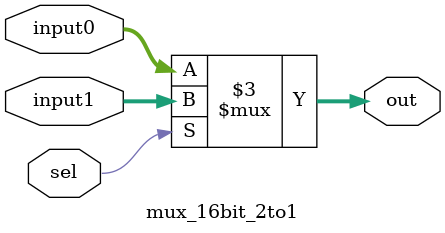
<source format=v>

module top_module (
    input [31:0] a,
    input [31:0] b,
    output [31:0] sum
);
    //wires
    wire adder_low_to_mux_sel;  //adder_low.cout to mux.sel
    wire [15:0] adder_high_0_to_mux_16bit;   //adder_high_0.sum to mux.input0
    wire [15:0] adder_high_1_to_mux_16bit;   //adder_high_1.sum to mux.input1

    //instantiate 3 16bit adders and a mux
    add16 adder_low (
        .a(a[15:0]),
        .b(b[15:0]),
        .cin(1'b0),
        .sum(sum[15:0]),
        .cout(adder_low_to_mux_sel)
    );
    add16 adder_high_0 (
        .a(a[31:16]),
        .b(b[31:16]),
        .cin(1'b0),         //assumes adder_low.cout is 0
        .sum(adder_high_0_to_mux_16bit),
        .cout(1'bz)     //sets cout to high impedance, don't need it
    );
    add16 adder_high_1 (
        .a(a[31:16]),
        .b(b[31:16]),
        .cin(1'b1),         //assumes adder_low.cout is 1
        .sum(adder_high_1_to_mux_16bit),
        .cout(1'bz)     //sets cout to high impedance, don't need it
    );

    mux_16bit_2to1 mux (
        .input0(adder_high_0_to_mux_16bit),
        .input1(adder_high_1_to_mux_16bit),
        .sel(adder_low_to_mux_sel),
        .out(sum[31:16])
    );
endmodule

//16bit 2-to-1 mux
module mux_16bit_2to1 (
    input [15:0] input0,
    input [15:0] input1,
    input sel,
    output [15:0] out
);
    always @(*) begin
        if (sel)
            out <= input1;  //sets output to input1 if sel is 1
        else
            out <= input0;  //sets output to input0 if sel is 0
    end
endmodule
</source>
